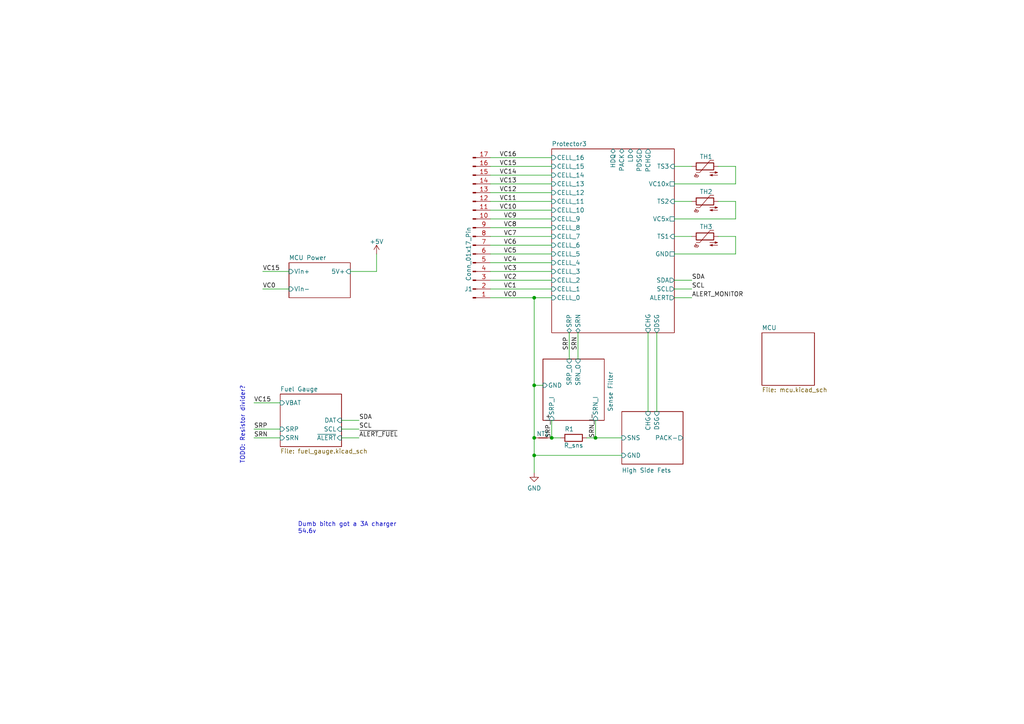
<source format=kicad_sch>
(kicad_sch (version 20230121) (generator eeschema)
  (paper "A4")
  (title_block (title "BMS") (date "2022-10-30") (rev "Rev 0") (company "QTech BMS Dept"))
  (lib_symbols
    (symbol "Connector:Conn_01x17_Pin" (pin_names (offset 1.016) hide)
      (property "Reference" "J" (at 0 22.86 0))
      (property "Value" "Conn_01x17_Pin" (at 0 -22.86 0))
      (symbol "Conn_01x17_Pin_1_1"
        (polyline (pts (xy 1.27 -20.32) (xy 0.8636 -20.32)) (stroke (width 0.1524)))
        (polyline (pts (xy 1.27 -17.78) (xy 0.8636 -17.78)) (stroke (width 0.1524)))
        (polyline (pts (xy 1.27 -15.24) (xy 0.8636 -15.24)) (stroke (width 0.1524)))
        (polyline (pts (xy 1.27 -12.7) (xy 0.8636 -12.7)) (stroke (width 0.1524)))
        (polyline (pts (xy 1.27 -10.16) (xy 0.8636 -10.16)) (stroke (width 0.1524)))
        (polyline (pts (xy 1.27 -7.62) (xy 0.8636 -7.62)) (stroke (width 0.1524)))
        (polyline (pts (xy 1.27 -5.08) (xy 0.8636 -5.08)) (stroke (width 0.1524)))
        (polyline (pts (xy 1.27 -2.54) (xy 0.8636 -2.54)) (stroke (width 0.1524)))
        (polyline (pts (xy 1.27 0) (xy 0.8636 0)) (stroke (width 0.1524)))
        (polyline (pts (xy 1.27 2.54) (xy 0.8636 2.54)) (stroke (width 0.1524)))
        (polyline (pts (xy 1.27 5.08) (xy 0.8636 5.08)) (stroke (width 0.1524)))
        (polyline (pts (xy 1.27 7.62) (xy 0.8636 7.62)) (stroke (width 0.1524)))
        (polyline (pts (xy 1.27 10.16) (xy 0.8636 10.16)) (stroke (width 0.1524)))
        (polyline (pts (xy 1.27 12.7) (xy 0.8636 12.7)) (stroke (width 0.1524)))
        (polyline (pts (xy 1.27 15.24) (xy 0.8636 15.24)) (stroke (width 0.1524)))
        (polyline (pts (xy 1.27 17.78) (xy 0.8636 17.78)) (stroke (width 0.1524)))
        (polyline (pts (xy 1.27 20.32) (xy 0.8636 20.32)) (stroke (width 0.1524)))
        (rectangle (start 0.8636 -20.193) (end 0 -20.447) (stroke (width 0.1524)) (fill (type outline)))
        (rectangle (start 0.8636 -17.653) (end 0 -17.907) (stroke (width 0.1524)) (fill (type outline)))
        (rectangle (start 0.8636 -15.113) (end 0 -15.367) (stroke (width 0.1524)) (fill (type outline)))
        (rectangle (start 0.8636 -12.573) (end 0 -12.827) (stroke (width 0.1524)) (fill (type outline)))
        (rectangle (start 0.8636 -10.033) (end 0 -10.287) (stroke (width 0.1524)) (fill (type outline)))
        (rectangle (start 0.8636 -7.493) (end 0 -7.747) (stroke (width 0.1524)) (fill (type outline)))
        (rectangle (start 0.8636 -4.953) (end 0 -5.207) (stroke (width 0.1524)) (fill (type outline)))
        (rectangle (start 0.8636 -2.413) (end 0 -2.667) (stroke (width 0.1524)) (fill (type outline)))
        (rectangle (start 0.8636 0.127) (end 0 -0.127) (stroke (width 0.1524)) (fill (type outline)))
        (rectangle (start 0.8636 2.667) (end 0 2.413) (stroke (width 0.1524)) (fill (type outline)))
        (rectangle (start 0.8636 5.207) (end 0 4.953) (stroke (width 0.1524)) (fill (type outline)))
        (rectangle (start 0.8636 7.747) (end 0 7.493) (stroke (width 0.1524)) (fill (type outline)))
        (rectangle (start 0.8636 10.287) (end 0 10.033) (stroke (width 0.1524)) (fill (type outline)))
        (rectangle (start 0.8636 12.827) (end 0 12.573) (stroke (width 0.1524)) (fill (type outline)))
        (rectangle (start 0.8636 15.367) (end 0 15.113) (stroke (width 0.1524)) (fill (type outline)))
        (rectangle (start 0.8636 17.907) (end 0 17.653) (stroke (width 0.1524)) (fill (type outline)))
        (rectangle (start 0.8636 20.447) (end 0 20.193) (stroke (width 0.1524)) (fill (type outline)))
        (pin passive line (at 5.08 20.32 180) (length 3.81) (name "Pin_1") (number "1"))
        (pin passive line (at 5.08 -2.54 180) (length 3.81) (name "Pin_10") (number "10"))
        (pin passive line (at 5.08 -5.08 180) (length 3.81) (name "Pin_11") (number "11"))
        (pin passive line (at 5.08 -7.62 180) (length 3.81) (name "Pin_12") (number "12"))
        (pin passive line (at 5.08 -10.16 180) (length 3.81) (name "Pin_13") (number "13"))
        (pin passive line (at 5.08 -12.7 180) (length 3.81) (name "Pin_14") (number "14"))
        (pin passive line (at 5.08 -15.24 180) (length 3.81) (name "Pin_15") (number "15"))
        (pin passive line (at 5.08 -17.78 180) (length 3.81) (name "Pin_16") (number "16"))
        (pin passive line (at 5.08 -20.32 180) (length 3.81) (name "Pin_17") (number "17"))
        (pin passive line (at 5.08 17.78 180) (length 3.81) (name "Pin_2") (number "2"))
        (pin passive line (at 5.08 15.24 180) (length 3.81) (name "Pin_3") (number "3"))
        (pin passive line (at 5.08 12.7 180) (length 3.81) (name "Pin_4") (number "4"))
        (pin passive line (at 5.08 10.16 180) (length 3.81) (name "Pin_5") (number "5"))
        (pin passive line (at 5.08 7.62 180) (length 3.81) (name "Pin_6") (number "6"))
        (pin passive line (at 5.08 5.08 180) (length 3.81) (name "Pin_7") (number "7"))
        (pin passive line (at 5.08 2.54 180) (length 3.81) (name "Pin_8") (number "8"))
        (pin passive line (at 5.08 0 180) (length 3.81) (name "Pin_9") (number "9"))
      )
    )
    (symbol "Device:NetTie_2" (pin_numbers hide) (pin_names (offset 0) hide)
      (property "Reference" "NT" (at 0 1.27 0))
      (property "Value" "NetTie_2" (at 0 -1.27 0))
      (symbol "NetTie_2_0_1"
        (polyline (pts (xy -1.27 0) (xy 1.27 0)) (stroke (width 0.254)))
      )
      (symbol "NetTie_2_1_1"
        (pin passive line (at -2.54 0 0) (length 2.54) (name "1") (number "1"))
        (pin passive line (at 2.54 0 180) (length 2.54) (name "2") (number "2"))
      )
    )
    (symbol "Device:R" (pin_numbers hide) (pin_names (offset 0))
      (property "Reference" "R" (at 2.032 0 90))
      (property "Value" "R" (at 0 0 90))
      (symbol "R_0_1"
        (rectangle (start -1.016 -2.54) (end 1.016 2.54) (stroke (width 0.254)))
      )
      (symbol "R_1_1"
        (pin passive line (at 0 3.81 270) (length 1.27) (name "~") (number "1"))
        (pin passive line (at 0 -3.81 90) (length 1.27) (name "~") (number "2"))
      )
    )
    (symbol "Device:Thermistor_NTC" (pin_numbers hide) (pin_names (offset 0))
      (property "Reference" "TH" (at -4.445 0 90))
      (property "Value" "Thermistor_NTC" (at 3.175 0 90))
      (symbol "Thermistor_NTC_0_1"
        (arc (start -3.048 2.159) (mid -3.0495 2.3143) (end -3.175 2.413))
        (arc (start -3.048 2.159) (mid -2.9736 1.9794) (end -2.794 1.905))
        (arc (start -3.048 2.794) (mid -2.9736 2.6144) (end -2.794 2.54))
        (arc (start -2.794 1.905) (mid -2.6144 1.9794) (end -2.54 2.159))
        (arc (start -2.794 2.54) (mid -2.4393 2.5587) (end -2.159 2.794))
        (arc (start -2.794 3.048) (mid -2.9736 2.9736) (end -3.048 2.794))
        (arc (start -2.54 2.794) (mid -2.6144 2.9736) (end -2.794 3.048))
        (rectangle (start -1.016 2.54) (end 1.016 -2.54) (stroke (width 0.254)))
        (polyline (pts (xy -2.54 2.159) (xy -2.54 2.794)))
        (polyline (pts (xy -1.778 2.54) (xy -1.778 1.524) (xy 1.778 -1.524) (xy 1.778 -2.54)))
        (polyline (pts (xy -2.54 -3.683) (xy -2.54 -1.397) (xy -2.794 -2.159) (xy -2.286 -2.159) (xy -2.54 -1.397) (xy -2.54 -1.651)) (fill (type outline)))
        (polyline (pts (xy -1.778 -1.397) (xy -1.778 -3.683) (xy -2.032 -2.921) (xy -1.524 -2.921) (xy -1.778 -3.683) (xy -1.778 -3.429)) (fill (type outline)))
      )
      (symbol "Thermistor_NTC_1_1"
        (pin passive line (at 0 3.81 270) (length 1.27) (name "~") (number "1"))
        (pin passive line (at 0 -3.81 90) (length 1.27) (name "~") (number "2"))
      )
    )
    (symbol "power:+5V" (power) (pin_names (offset 0))
      (property "Value" "+5V" (at 0 3.556 0))
      (symbol "+5V_0_1"
        (polyline (pts (xy -0.762 1.27) (xy 0 2.54)))
        (polyline (pts (xy 0 0) (xy 0 2.54)))
        (polyline (pts (xy 0 2.54) (xy 0.762 1.27)))
      )
      (symbol "+5V_1_1"
        (pin power_in line (at 0 0 90) (length 0) hide (name "+5V") (number "1"))
      )
    )
    (symbol "power:GND" (power) (pin_names (offset 0))
      (property "Value" "GND" (at 0 -3.81 0))
      (symbol "GND_0_1"
        (polyline (pts (xy 0 0) (xy 0 -1.27) (xy 1.27 -1.27) (xy 0 -2.54) (xy -1.27 -1.27) (xy 0 -1.27)))
      )
      (symbol "GND_1_1"
        (pin power_in line (at 0 0 270) (length 0) hide (name "GND") (number "1"))
      )
    )
  )
  (junction (at 154.94 132.08))
  (junction (at 154.94 86.36))
  (junction (at 172.72 127))
  (junction (at 160.02 127))
  (junction (at 154.94 111.76))
  (junction (at 154.94 127))
  (wire (pts (xy 187.96 96.52) (xy 187.96 119.38)))
  (wire (pts (xy 213.36 53.34) (xy 213.36 48.26)))
  (wire (pts (xy 167.64 96.52) (xy 167.64 104.14)))
  (wire (pts (xy 142.24 83.82) (xy 160.02 83.82)))
  (wire (pts (xy 195.58 73.66) (xy 213.36 73.66)))
  (wire (pts (xy 142.24 76.2) (xy 160.02 76.2)))
  (wire (pts (xy 142.24 81.28) (xy 160.02 81.28)))
  (wire (pts (xy 142.24 58.42) (xy 160.02 58.42)))
  (wire (pts (xy 109.22 73.66) (xy 109.22 78.74)))
  (wire (pts (xy 76.2 78.74) (xy 83.82 78.74)))
  (wire (pts (xy 154.94 127) (xy 154.94 132.08)))
  (wire (pts (xy 195.58 63.5) (xy 213.36 63.5)))
  (wire (pts (xy 154.94 132.08) (xy 154.94 137.16)))
  (wire (pts (xy 195.58 68.58) (xy 200.66 68.58)))
  (wire (pts (xy 172.72 127) (xy 180.34 127)))
  (wire (pts (xy 142.24 86.36) (xy 154.94 86.36)))
  (wire (pts (xy 142.24 71.12) (xy 160.02 71.12)))
  (wire (pts (xy 172.72 121.92) (xy 172.72 127)))
  (wire (pts (xy 99.06 127) (xy 104.14 127)))
  (wire (pts (xy 142.24 48.26) (xy 160.02 48.26)))
  (wire (pts (xy 160.02 121.92) (xy 160.02 127)))
  (wire (pts (xy 213.36 63.5) (xy 213.36 58.42)))
  (wire (pts (xy 208.28 58.42) (xy 213.36 58.42)))
  (wire (pts (xy 142.24 63.5) (xy 160.02 63.5)))
  (wire (pts (xy 73.66 116.84) (xy 81.28 116.84)))
  (wire (pts (xy 81.28 124.46) (xy 73.66 124.46)))
  (wire (pts (xy 170.18 127) (xy 172.72 127)))
  (wire (pts (xy 142.24 45.72) (xy 160.02 45.72)))
  (wire (pts (xy 195.58 86.36) (xy 200.66 86.36)))
  (wire (pts (xy 165.1 96.52) (xy 165.1 104.14)))
  (wire (pts (xy 195.58 53.34) (xy 213.36 53.34)))
  (wire (pts (xy 142.24 55.88) (xy 160.02 55.88)))
  (wire (pts (xy 142.24 73.66) (xy 160.02 73.66)))
  (wire (pts (xy 142.24 68.58) (xy 160.02 68.58)))
  (wire (pts (xy 213.36 73.66) (xy 213.36 68.58)))
  (wire (pts (xy 208.28 48.26) (xy 213.36 48.26)))
  (wire (pts (xy 154.94 111.76) (xy 157.48 111.76)))
  (wire (pts (xy 195.58 83.82) (xy 200.66 83.82)))
  (wire (pts (xy 208.28 68.58) (xy 213.36 68.58)))
  (wire (pts (xy 142.24 50.8) (xy 160.02 50.8)))
  (wire (pts (xy 99.06 121.92) (xy 104.14 121.92)))
  (wire (pts (xy 180.34 132.08) (xy 154.94 132.08)))
  (wire (pts (xy 160.02 127) (xy 162.56 127)))
  (wire (pts (xy 142.24 60.96) (xy 160.02 60.96)))
  (wire (pts (xy 76.2 83.82) (xy 83.82 83.82)))
  (wire (pts (xy 195.58 81.28) (xy 200.66 81.28)))
  (wire (pts (xy 81.28 127) (xy 73.66 127)))
  (wire (pts (xy 101.6 78.74) (xy 109.22 78.74)))
  (wire (pts (xy 154.94 86.36) (xy 160.02 86.36)))
  (wire (pts (xy 195.58 48.26) (xy 200.66 48.26)))
  (wire (pts (xy 142.24 66.04) (xy 160.02 66.04)))
  (wire (pts (xy 142.24 78.74) (xy 160.02 78.74)))
  (wire (pts (xy 190.5 96.52) (xy 190.5 119.38)))
  (wire (pts (xy 99.06 124.46) (xy 104.14 124.46)))
  (wire (pts (xy 195.58 58.42) (xy 200.66 58.42)))
  (wire (pts (xy 154.94 111.76) (xy 154.94 127)))
  (wire (pts (xy 142.24 53.34) (xy 160.02 53.34)))
  (wire (pts (xy 154.94 86.36) (xy 154.94 111.76)))
  (text "TODO: Resistor divider?" (at 71.12 134.62 90) (effects (font (size 1.27 1.27)) (justify left bottom)))
  (text "Dumb bitch got a 3A charger\n54.6v" (at 86.36 154.94 0) (effects (font (size 1.27 1.27)) (justify left bottom)))
  (label "VC7" (at 149.86 68.58 180))
  (label "VC14" (at 149.86 50.8 180))
  (label "SRP_I+" (at 160.02 127 90))
  (label "SRP" (at 165.1 101.6 90))
  (label "~{ALERT_FUEL}" (at 104.14 127 0))
  (label "VC13" (at 149.86 53.34 180))
  (label "VC16" (at 149.86 45.72 180))
  (label "VC5" (at 149.86 73.66 180))
  (label "VC6" (at 149.86 71.12 180))
  (label "SRN" (at 167.64 101.6 90))
  (label "VC15" (at 76.2 78.74 0))
  (label "VC9" (at 149.86 63.5 180))
  (label "SDA" (at 104.14 121.92 0))
  (label "VC0" (at 149.86 86.36 180))
  (label "SCL" (at 104.14 124.46 0))
  (label "SDA" (at 200.66 81.28 0))
  (label "VC2" (at 149.86 81.28 180))
  (label "SRN_I-" (at 172.72 127 90))
  (label "ALERT_MONITOR" (at 200.66 86.36 0))
  (label "VC1" (at 149.86 83.82 180))
  (label "VC10" (at 149.86 60.96 180))
  (label "SRN" (at 73.66 127 0))
  (label "SRP" (at 73.66 124.46 0))
  (label "VC8" (at 149.86 66.04 180))
  (label "SCL" (at 200.66 83.82 0))
  (label "VC15" (at 73.66 116.84 0))
  (label "VC12" (at 149.86 55.88 180))
  (label "VC4" (at 149.86 76.2 180))
  (label "VC0" (at 76.2 83.82 0))
  (label "VC11" (at 149.86 58.42 180))
  (label "VC3" (at 149.86 78.74 180))
  (label "VC15" (at 149.86 48.26 180))
  (symbol (lib_id "power:+5V") (at 109.22 73.66 0) (unit 1)
    (property "Reference" "#PWR01" (effects hide))
    (property "Value" "+5V" (at 109.22 70.0842 0))
  )
  (symbol (lib_id "power:GND") (at 154.94 137.16 0) (unit 1)
    (property "Reference" "#PWR02" (effects hide))
    (property "Value" "GND" (at 154.94 141.6034 0))
  )
  (symbol (lib_id "Device:NetTie_2") (at 157.48 127 0) (unit 1)
    (property "Reference" "NT1" (at 157.48 125.8372 0))
    (property "Value" "NetTie_2" (effects hide))
    (property "Footprint" "NetTie:NetTie-2_SMD_Pad0.5mm" (effects hide))
  )
  (symbol (lib_id "Connector:Conn_01x17_Pin") (at 137.16 66.04 0) (mirror x) (unit 1)
    (property "Reference" "J1" (at 135.89 83.82 0))
    (property "Value" "Conn_01x17_Pin" (at 135.89 73.66 90))
    (property "Footprint" "Connector_PinHeader_2.00mm:PinHeader_1x17_P2.00mm_Horizontal" (effects hide))
  )
  (symbol (lib_id "Device:Thermistor_NTC") (at 204.47 58.42 90) (unit 1)
    (property "Reference" "TH2" (at 204.7875 55.6062 90))
    (property "Value" "Thermistor_NTC" (effects hide))
    (property "Footprint" "Connector_JST:JST_PH_B2B-PH-K_1x02_P2.00mm_Vertical" (effects hide))
  )
  (symbol (lib_id "Device:Thermistor_NTC") (at 204.47 68.58 90) (unit 1)
    (property "Reference" "TH3" (at 204.7875 65.7662 90))
    (property "Value" "Thermistor_NTC" (effects hide))
    (property "Footprint" "Connector_JST:JST_PH_B2B-PH-K_1x02_P2.00mm_Vertical" (effects hide))
  )
  (symbol (lib_id "Device:Thermistor_NTC") (at 204.47 48.26 90) (unit 1)
    (property "Reference" "TH1" (at 204.7875 45.4462 90))
    (property "Value" "Thermistor_NTC" (effects hide))
    (property "Footprint" "Connector_JST:JST_PH_B2B-PH-K_1x02_P2.00mm_Vertical" (effects hide))
  )
  (symbol (lib_id "Device:R") (at 166.37 127 270) (unit 1)
    (property "Reference" "R1" (at 165.1 124.46 90))
    (property "Value" "R_sns" (at 166.37 129.1789 90))
    (property "Footprint" "Resistor_SMD:R_1210_3225Metric" (effects hide))
    (property "Src_Value" "R_sns" (effects hide))
  )
  (sheet (at 81.28 114.3) (size 17.78 15.24) (stroke (width 0.1524))
    (property "Sheetname" "Fuel Gauge" (at 81.28 113.5884 0) (effects (justify left bottom)))
    (property "Sheetfile" "fuel_gauge.kicad_sch" (at 81.28 130.1246 0) (effects (justify left top)))
    (pin "VBAT" input (at 81.28 116.84 180))
    (pin "SRN" input (at 81.28 127 180))
    (pin "SRP" input (at 81.28 124.46 180))
    (pin "SCL" input (at 99.06 124.46 0))
    (pin "~{ALERT}" input (at 99.06 127 0))
    (pin "DAT" input (at 99.06 121.92 0))
  )
  (sheet (at 220.98 96.52) (size 15.24 15.24) (stroke (width 0.1524))
    (property "Sheetname" "MCU" (at 220.98 95.8084 0) (effects (justify left bottom)))
    (property "Sheetfile" "mcu.kicad_sch" (at 220.98 112.3446 0) (effects (justify left top)))
  )
  (sheet (at 180.34 119.38) (size 17.78 15.24) (stroke (width 0.1524))
    (property "Sheetname" "High Side Fets" (at 180.34 137.16 0) (effects (justify left bottom)))
    (property "Sheetfile" "high_side.kicad_sch" (effects hide))
    (pin "CHG" input (at 187.96 119.38 90))
    (pin "DSG" input (at 190.5 119.38 90))
    (pin "PACK-" output (at 198.12 127 0))
    (pin "SNS" input (at 180.34 127 180))
    (pin "GND" input (at 180.34 132.08 180))
  )
  (sheet (at 83.82 76.2) (size 17.78 10.16) (stroke (width 0.1524))
    (property "Sheetname" "MCU Power" (at 83.82 75.4884 0) (effects (justify left bottom)))
    (property "Sheetfile" "mcu_power.kicad_sch" (effects hide))
    (pin "5V+" input (at 101.6 78.74 0))
    (pin "Vin+" input (at 83.82 78.74 180))
    (pin "Vin-" input (at 83.82 83.82 180))
  )
  (sheet (at 157.48 104.14) (size 17.78 17.78) (stroke (width 0.1524))
    (property "Sheetname" "Sense Filter" (at 177.8 119.38 90) (effects (justify left bottom)))
    (property "Sheetfile" "sense_filter.kicad_sch" (effects hide))
    (pin "SRP_I" input (at 160.02 121.92 270))
    (pin "SRN_I" input (at 172.72 121.92 270))
    (pin "GND" input (at 157.48 111.76 180))
    (pin "SRP_O" input (at 165.1 104.14 90))
    (pin "SRN_O" input (at 167.64 104.14 90))
  )
  (sheet (at 160.02 43.18) (size 35.56 53.34) (stroke (width 0.1524))
    (property "Sheetname" "Protector3" (at 160.02 42.4684 0) (effects (justify left bottom)))
    (property "Sheetfile" "protector.kicad_sch" (effects hide))
    (pin "CHG" output (at 187.96 96.52 270))
    (pin "DSG" output (at 190.5 96.52 270))
    (pin "CELL_0" input (at 160.02 86.36 180))
    (pin "CELL_1" input (at 160.02 83.82 180))
    (pin "CELL_2" input (at 160.02 81.28 180))
    (pin "CELL_3" input (at 160.02 78.74 180))
    (pin "CELL_4" input (at 160.02 76.2 180))
    (pin "CELL_5" input (at 160.02 73.66 180))
    (pin "SRP" bidirectional (at 165.1 96.52 270))
    (pin "SRN" bidirectional (at 167.64 96.52 270))
    (pin "CELL_6" input (at 160.02 71.12 180))
    (pin "CELL_7" input (at 160.02 68.58 180))
    (pin "VC10x" passive (at 195.58 53.34 0))
    (pin "TS2" input (at 195.58 58.42 0))
    (pin "TS3" input (at 195.58 48.26 0))
    (pin "VC5x" passive (at 195.58 63.5 0))
    (pin "SDA" output (at 195.58 81.28 0))
    (pin "ALERT" output (at 195.58 86.36 0))
    (pin "TS1" input (at 195.58 68.58 0))
    (pin "SCL" output (at 195.58 83.82 0))
    (pin "CELL_15" input (at 160.02 48.26 180))
    (pin "CELL_14" input (at 160.02 50.8 180))
    (pin "CELL_12" input (at 160.02 55.88 180))
    (pin "CELL_13" input (at 160.02 53.34 180))
    (pin "CELL_10" input (at 160.02 60.96 180))
    (pin "CELL_9" input (at 160.02 63.5 180))
    (pin "CELL_8" input (at 160.02 66.04 180))
    (pin "CELL_11" input (at 160.02 58.42 180))
    (pin "GND" passive (at 195.58 73.66 0))
    (pin "HDQ" bidirectional (at 177.8 43.18 90))
    (pin "PACK" bidirectional (at 180.34 43.18 90))
    (pin "LD" bidirectional (at 182.88 43.18 90))
    (pin "PDSG" output (at 185.42 43.18 90))
    (pin "PCHG" output (at 187.96 43.18 90))
    (pin "CELL_16" input (at 160.02 45.72 180))
  )
)
</source>
